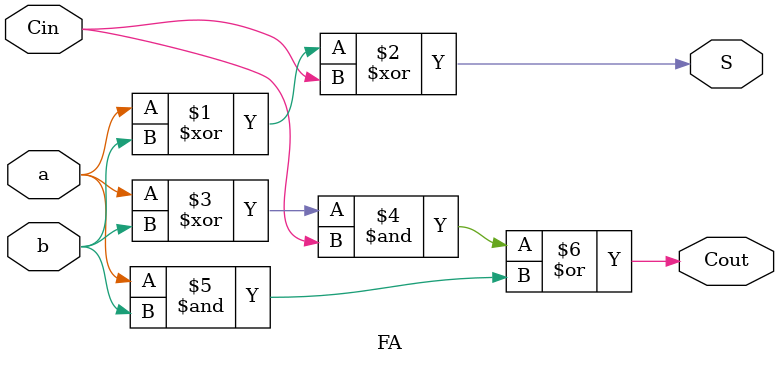
<source format=v>
module FA
(
	input 
		 a,
		 b,
		 Cin,
	
	output 
		 S,
		 Cout
);

	assign S = a ^ b ^ Cin;
	
	assign Cout = ((a ^ b) & Cin)|(a & b);





endmodule
</source>
